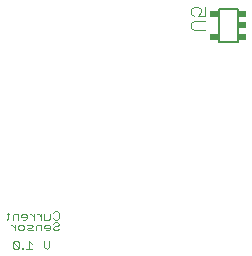
<source format=gbo>
G75*
%MOIN*%
%OFA0B0*%
%FSLAX25Y25*%
%IPPOS*%
%LPD*%
%AMOC8*
5,1,8,0,0,1.08239X$1,22.5*
%
%ADD10C,0.00400*%
%ADD11C,0.00600*%
%ADD12R,0.02559X0.01969*%
D10*
X0044397Y0008838D02*
X0044855Y0008379D01*
X0045773Y0008379D01*
X0046231Y0008838D01*
X0044397Y0010673D01*
X0044397Y0008838D01*
X0046231Y0008838D02*
X0046231Y0010673D01*
X0045773Y0011131D01*
X0044855Y0011131D01*
X0044397Y0010673D01*
X0047223Y0008838D02*
X0047223Y0008379D01*
X0047681Y0008379D01*
X0047681Y0008838D01*
X0047223Y0008838D01*
X0048747Y0008379D02*
X0050581Y0008379D01*
X0049664Y0008379D02*
X0049664Y0011131D01*
X0050581Y0010214D01*
X0054547Y0009297D02*
X0054547Y0011131D01*
X0056382Y0011131D02*
X0056382Y0009297D01*
X0055464Y0008379D01*
X0054547Y0009297D01*
X0055217Y0014678D02*
X0056135Y0014678D01*
X0056593Y0015137D01*
X0056593Y0016054D01*
X0056135Y0016513D01*
X0055217Y0016513D01*
X0054759Y0016054D01*
X0054759Y0015596D01*
X0056593Y0015596D01*
X0057659Y0015596D02*
X0057659Y0015137D01*
X0058117Y0014678D01*
X0059035Y0014678D01*
X0059493Y0015137D01*
X0059035Y0016054D02*
X0058117Y0016054D01*
X0057659Y0015596D01*
X0057659Y0016972D02*
X0058117Y0017430D01*
X0059035Y0017430D01*
X0059493Y0016972D01*
X0059493Y0016513D01*
X0059035Y0016054D01*
X0059035Y0018278D02*
X0058117Y0018278D01*
X0057659Y0018737D01*
X0056593Y0018737D02*
X0056135Y0018278D01*
X0054759Y0018278D01*
X0054759Y0020113D01*
X0053693Y0020113D02*
X0053693Y0018278D01*
X0053693Y0019196D02*
X0052776Y0020113D01*
X0052317Y0020113D01*
X0051276Y0020113D02*
X0051276Y0018278D01*
X0051276Y0019196D02*
X0050359Y0020113D01*
X0049901Y0020113D01*
X0048860Y0019654D02*
X0048401Y0020113D01*
X0047484Y0020113D01*
X0047025Y0019654D01*
X0047025Y0019196D01*
X0048860Y0019196D01*
X0048860Y0019654D02*
X0048860Y0018737D01*
X0048401Y0018278D01*
X0047484Y0018278D01*
X0045960Y0018278D02*
X0045960Y0020113D01*
X0044584Y0020113D01*
X0044125Y0019654D01*
X0044125Y0018278D01*
X0042601Y0018737D02*
X0042142Y0018278D01*
X0042601Y0018737D02*
X0042601Y0020572D01*
X0043059Y0020113D02*
X0042142Y0020113D01*
X0043617Y0016513D02*
X0044076Y0016513D01*
X0044993Y0015596D01*
X0044993Y0016513D02*
X0044993Y0014678D01*
X0046058Y0015137D02*
X0046058Y0016054D01*
X0046517Y0016513D01*
X0047434Y0016513D01*
X0047893Y0016054D01*
X0047893Y0015137D01*
X0047434Y0014678D01*
X0046517Y0014678D01*
X0046058Y0015137D01*
X0048958Y0015137D02*
X0049417Y0015596D01*
X0050334Y0015596D01*
X0050793Y0016054D01*
X0050334Y0016513D01*
X0048958Y0016513D01*
X0048958Y0015137D02*
X0049417Y0014678D01*
X0050793Y0014678D01*
X0051859Y0014678D02*
X0051859Y0016054D01*
X0052317Y0016513D01*
X0053693Y0016513D01*
X0053693Y0014678D01*
X0059035Y0018278D02*
X0059493Y0018737D01*
X0059493Y0020572D01*
X0059035Y0021030D01*
X0058117Y0021030D01*
X0057659Y0020572D01*
X0056593Y0020113D02*
X0056593Y0018737D01*
X0104492Y0081501D02*
X0103725Y0082268D01*
X0103725Y0083802D01*
X0104492Y0084570D01*
X0108329Y0084570D01*
X0108329Y0086104D02*
X0106027Y0086104D01*
X0106794Y0087639D01*
X0106794Y0088406D01*
X0106027Y0089174D01*
X0104492Y0089174D01*
X0103725Y0088406D01*
X0103725Y0086872D01*
X0104492Y0086104D01*
X0108329Y0086104D02*
X0108329Y0089174D01*
X0108329Y0081501D02*
X0104492Y0081501D01*
D11*
X0112836Y0080953D02*
X0112836Y0085064D01*
X0112836Y0088237D02*
X0112836Y0088607D01*
X0112836Y0077410D01*
X0112836Y0077780D01*
X0112836Y0077410D02*
X0119214Y0077410D01*
X0119214Y0077780D01*
X0119214Y0077410D02*
X0119214Y0088607D01*
X0119214Y0088237D01*
X0119214Y0088607D02*
X0112836Y0088607D01*
X0119214Y0085064D02*
X0119214Y0084693D01*
X0119214Y0081323D02*
X0119214Y0080953D01*
D12*
X0120651Y0079268D03*
X0120651Y0083008D03*
X0111399Y0079268D03*
X0111399Y0086749D03*
X0120651Y0086749D03*
M02*

</source>
